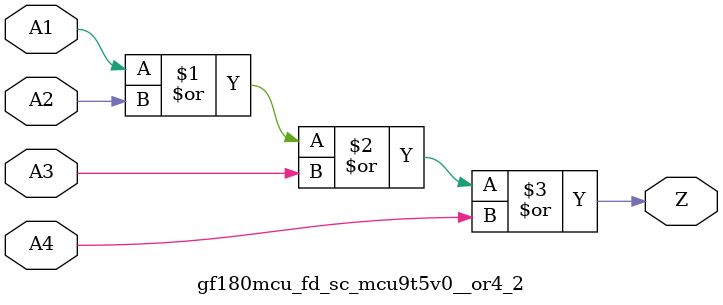
<source format=v>

module gf180mcu_fd_sc_mcu9t5v0__or4_2( A1, A2, A3, A4, Z );
input A1, A2, A3, A4;
output Z;

	or MGM_BG_0( Z, A1, A2, A3, A4 );

endmodule

</source>
